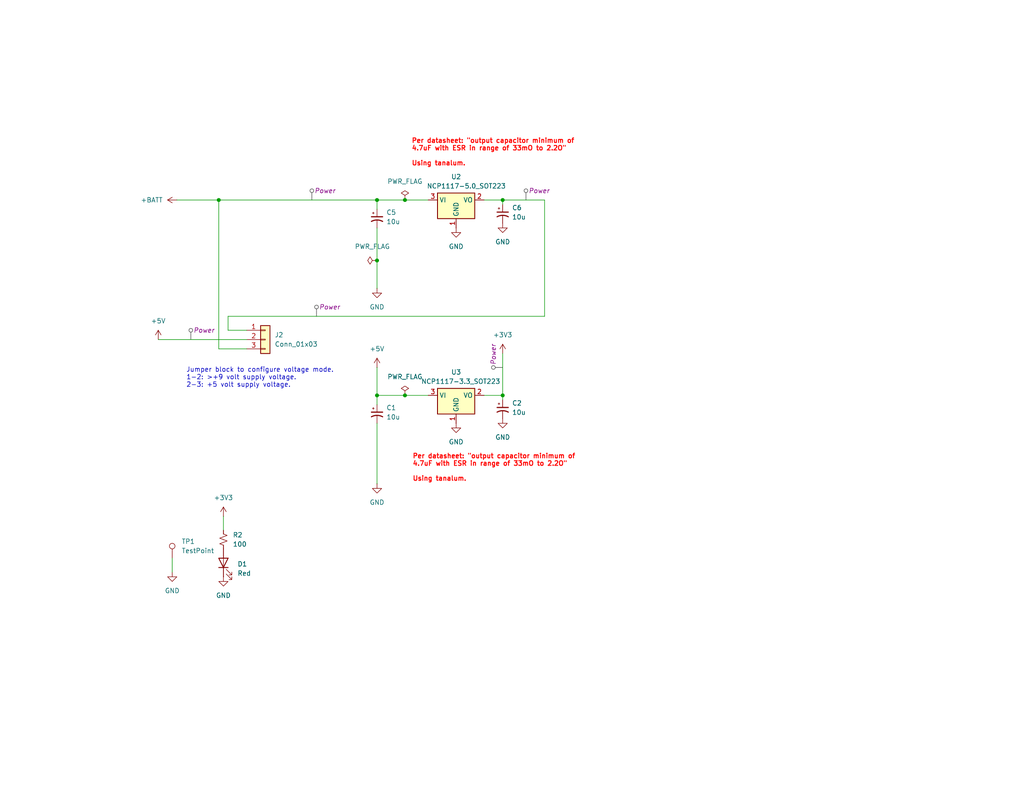
<source format=kicad_sch>
(kicad_sch (version 20231120) (generator "eeschema") (generator_version "8.0")
  (paper "USLetter")
  (title_block (title "Utility Board 1") (date "2025-02-13") (rev "1") (company "Bruce MacKinnon KC1FSZ") (comment 1 "Copyright (C) Bruce MacKinnon, 2025") (comment 2 "NOT FOR COMMERCIAL USE"))
  (lib_symbols
    (symbol "Connector:TestPoint" (pin_numbers hide) (pin_names (offset 0.762) hide)
      (property "Reference" "TP" (at 0 6.858 0))
      (property "Value" "TestPoint" (at 0 5.08 0))
      (symbol "TestPoint_0_1"
        (circle (center 0 3.302) (radius 0.762))
      )
      (symbol "TestPoint_1_1"
        (pin passive line (at 0 0 90) (length 2.54) (name "1") (number "1"))
      )
    )
    (symbol "Connector_Generic:Conn_01x03" (pin_names (offset 1.016) hide)
      (property "Reference" "J" (at 0 5.08 0))
      (property "Value" "Conn_01x03" (at 0 -5.08 0))
      (symbol "Conn_01x03_1_1"
        (rectangle (start -1.27 -2.413) (end 0 -2.667) (stroke (width 0.1524)))
        (rectangle (start -1.27 0.127) (end 0 -0.127) (stroke (width 0.1524)))
        (rectangle (start -1.27 2.667) (end 0 2.413) (stroke (width 0.1524)))
        (rectangle (start -1.27 3.81) (end 1.27 -3.81) (stroke (width 0.254)) (fill (type background)))
        (pin passive line (at -5.08 2.54 0) (length 3.81) (name "Pin_1") (number "1"))
        (pin passive line (at -5.08 0 0) (length 3.81) (name "Pin_2") (number "2"))
        (pin passive line (at -5.08 -2.54 0) (length 3.81) (name "Pin_3") (number "3"))
      )
    )
    (symbol "Device:C_Polarized_Small_US" (pin_numbers hide) (pin_names (offset 0.254) hide)
      (property "Reference" "C" (at 0.254 1.778 0))
      (property "Value" "C_Polarized_Small_US" (at 0.254 -2.032 0))
      (symbol "C_Polarized_Small_US_0_1"
        (polyline (pts (xy -1.524 0.508) (xy 1.524 0.508)) (stroke (width 0.3048)))
        (polyline (pts (xy -1.27 1.524) (xy -0.762 1.524)))
        (polyline (pts (xy -1.016 1.27) (xy -1.016 1.778)))
        (arc (start 1.524 -0.762) (mid 0 -0.3734) (end -1.524 -0.762) (stroke (width 0.3048)))
      )
      (symbol "C_Polarized_Small_US_1_1"
        (pin passive line (at 0 2.54 270) (length 2.032) (name "~") (number "1"))
        (pin passive line (at 0 -2.54 90) (length 2.032) (name "~") (number "2"))
      )
    )
    (symbol "Device:LED" (pin_numbers hide) (pin_names (offset 1.016) hide)
      (property "Reference" "D" (at 0 2.54 0))
      (property "Value" "LED" (at 0 -2.54 0))
      (symbol "LED_0_1"
        (polyline (pts (xy -1.27 -1.27) (xy -1.27 1.27)) (stroke (width 0.254)))
        (polyline (pts (xy -1.27 0) (xy 1.27 0)))
        (polyline (pts (xy 1.27 -1.27) (xy 1.27 1.27) (xy -1.27 0) (xy 1.27 -1.27)) (stroke (width 0.254)))
        (polyline (pts (xy -3.048 -0.762) (xy -4.572 -2.286) (xy -3.81 -2.286) (xy -4.572 -2.286) (xy -4.572 -1.524)))
        (polyline (pts (xy -1.778 -0.762) (xy -3.302 -2.286) (xy -2.54 -2.286) (xy -3.302 -2.286) (xy -3.302 -1.524)))
      )
      (symbol "LED_1_1"
        (pin passive line (at -3.81 0 0) (length 2.54) (name "K") (number "1"))
        (pin passive line (at 3.81 0 180) (length 2.54) (name "A") (number "2"))
      )
    )
    (symbol "Device:R_Small_US" (pin_numbers hide) (pin_names (offset 0.254) hide)
      (property "Reference" "R" (at 0.762 0.508 0))
      (property "Value" "R_Small_US" (at 0.762 -1.016 0))
      (symbol "R_Small_US_1_1"
        (polyline (pts (xy 0 0) (xy 1.016 -0.381) (xy 0 -0.762) (xy -1.016 -1.143) (xy 0 -1.524)))
        (polyline (pts (xy 0 1.524) (xy 1.016 1.143) (xy 0 0.762) (xy -1.016 0.381) (xy 0 0)))
        (pin passive line (at 0 2.54 270) (length 1.016) (name "~") (number "1"))
        (pin passive line (at 0 -2.54 90) (length 1.016) (name "~") (number "2"))
      )
    )
    (symbol "Regulator_Linear:NCP1117-3.3_SOT223"
      (property "Reference" "U" (at -3.81 3.175 0))
      (property "Value" "NCP1117-3.3_SOT223" (at 0 3.175 0))
      (symbol "NCP1117-3.3_SOT223_0_1"
        (rectangle (start -5.08 -5.08) (end 5.08 1.905) (stroke (width 0.254)) (fill (type background)))
      )
      (symbol "NCP1117-3.3_SOT223_1_1"
        (pin power_in line (at 0 -7.62 90) (length 2.54) (name "GND") (number "1"))
        (pin power_out line (at 7.62 0 180) (length 2.54) (name "VO") (number "2"))
        (pin power_in line (at -7.62 0 0) (length 2.54) (name "VI") (number "3"))
      )
    )
    (symbol "Regulator_Linear:NCP1117-5.0_SOT223"
      (property "Reference" "U" (at -3.81 3.175 0))
      (property "Value" "NCP1117-5.0_SOT223" (at 0 3.175 0))
      (symbol "NCP1117-5.0_SOT223_0_1"
        (rectangle (start -5.08 -5.08) (end 5.08 1.905) (stroke (width 0.254)) (fill (type background)))
      )
      (symbol "NCP1117-5.0_SOT223_1_1"
        (pin power_in line (at 0 -7.62 90) (length 2.54) (name "GND") (number "1"))
        (pin power_out line (at 7.62 0 180) (length 2.54) (name "VO") (number "2"))
        (pin power_in line (at -7.62 0 0) (length 2.54) (name "VI") (number "3"))
      )
    )
    (symbol "power:+3V3" (power) (pin_numbers hide) (pin_names (offset 0) hide)
      (property "Value" "+3V3" (at 0 3.556 0))
      (symbol "+3V3_0_1"
        (polyline (pts (xy -0.762 1.27) (xy 0 2.54)))
        (polyline (pts (xy 0 0) (xy 0 2.54)))
        (polyline (pts (xy 0 2.54) (xy 0.762 1.27)))
      )
      (symbol "+3V3_1_1"
        (pin power_in line (at 0 0 90) (length 0) (name "~") (number "1"))
      )
    )
    (symbol "power:+5V" (power) (pin_numbers hide) (pin_names (offset 0) hide)
      (property "Value" "+5V" (at 0 3.556 0))
      (symbol "+5V_0_1"
        (polyline (pts (xy -0.762 1.27) (xy 0 2.54)))
        (polyline (pts (xy 0 0) (xy 0 2.54)))
        (polyline (pts (xy 0 2.54) (xy 0.762 1.27)))
      )
      (symbol "+5V_1_1"
        (pin power_in line (at 0 0 90) (length 0) (name "~") (number "1"))
      )
    )
    (symbol "power:+BATT" (power) (pin_numbers hide) (pin_names (offset 0) hide)
      (property "Value" "+BATT" (at 0 3.556 0))
      (symbol "+BATT_0_1"
        (polyline (pts (xy -0.762 1.27) (xy 0 2.54)))
        (polyline (pts (xy 0 0) (xy 0 2.54)))
        (polyline (pts (xy 0 2.54) (xy 0.762 1.27)))
      )
      (symbol "+BATT_1_1"
        (pin power_in line (at 0 0 90) (length 0) (name "~") (number "1"))
      )
    )
    (symbol "power:GND" (power) (pin_numbers hide) (pin_names (offset 0) hide)
      (property "Value" "GND" (at 0 -3.81 0))
      (symbol "GND_0_1"
        (polyline (pts (xy 0 0) (xy 0 -1.27) (xy 1.27 -1.27) (xy 0 -2.54) (xy -1.27 -1.27) (xy 0 -1.27)))
      )
      (symbol "GND_1_1"
        (pin power_in line (at 0 0 270) (length 0) (name "~") (number "1"))
      )
    )
    (symbol "power:PWR_FLAG" (power) (pin_numbers hide) (pin_names (offset 0) hide)
      (property "Value" "PWR_FLAG" (at 0 3.81 0))
      (symbol "PWR_FLAG_0_0"
        (pin power_out line (at 0 0 90) (length 0) (name "~") (number "1"))
      )
      (symbol "PWR_FLAG_0_1"
        (polyline (pts (xy 0 0) (xy 0 1.27) (xy -1.016 1.905) (xy 0 2.54) (xy 1.016 1.905) (xy 0 1.27)))
      )
    )
  )
  (junction (at 110.49 107.95))
  (junction (at 102.87 71.12))
  (junction (at 102.87 54.61))
  (junction (at 59.69 54.61))
  (junction (at 110.49 54.61))
  (junction (at 102.87 107.95))
  (junction (at 137.16 107.95))
  (junction (at 137.16 54.61))
  (wire (pts (xy 60.96 140.97) (xy 60.96 144.78)))
  (wire (pts (xy 110.49 107.95) (xy 116.84 107.95)))
  (wire (pts (xy 102.87 62.23) (xy 102.87 71.12)))
  (wire (pts (xy 148.59 54.61) (xy 148.59 86.36)))
  (wire (pts (xy 102.87 57.15) (xy 102.87 54.61)))
  (wire (pts (xy 59.69 95.25) (xy 67.31 95.25)))
  (wire (pts (xy 43.18 92.71) (xy 67.31 92.71)))
  (wire (pts (xy 148.59 86.36) (xy 62.23 86.36)))
  (wire (pts (xy 62.23 90.17) (xy 67.31 90.17)))
  (wire (pts (xy 46.99 152.4) (xy 46.99 156.21)))
  (wire (pts (xy 62.23 86.36) (xy 62.23 90.17)))
  (wire (pts (xy 102.87 115.57) (xy 102.87 132.08)))
  (wire (pts (xy 102.87 110.49) (xy 102.87 107.95)))
  (wire (pts (xy 137.16 96.52) (xy 137.16 107.95)))
  (wire (pts (xy 137.16 107.95) (xy 137.16 109.22)))
  (wire (pts (xy 132.08 107.95) (xy 137.16 107.95)))
  (wire (pts (xy 102.87 54.61) (xy 110.49 54.61)))
  (wire (pts (xy 110.49 54.61) (xy 116.84 54.61)))
  (wire (pts (xy 48.26 54.61) (xy 59.69 54.61)))
  (wire (pts (xy 102.87 107.95) (xy 110.49 107.95)))
  (wire (pts (xy 137.16 54.61) (xy 148.59 54.61)))
  (wire (pts (xy 132.08 54.61) (xy 137.16 54.61)))
  (wire (pts (xy 59.69 54.61) (xy 59.69 95.25)))
  (wire (pts (xy 102.87 100.33) (xy 102.87 107.95)))
  (wire (pts (xy 59.69 54.61) (xy 102.87 54.61)))
  (wire (pts (xy 102.87 71.12) (xy 102.87 78.74)))
  (wire (pts (xy 137.16 54.61) (xy 137.16 55.88)))
  (text "Per datasheet: \"output capacitor minimum of \n4.7uF with ESR in range of 33mO to 2.2O\"\n\nUsing tanalum." (at 112.522 131.572 0) (effects (font (size 1.27 1.27) (thickness 0.254) (bold yes)) (justify left bottom)))
  (text "Jumper block to configure voltage mode.\n1-2: >+9 volt supply voltage.\n2-3: +5 volt supply voltage." (at 50.8 105.918 0) (effects (font (size 1.27 1.27)) (justify left bottom)))
  (text "Per datasheet: \"output capacitor minimum of \n4.7uF with ESR in range of 33mO to 2.2O\"\n\nUsing tanalum." (at 112.268 45.466 0) (effects (font (size 1.27 1.27) (thickness 0.254) (bold yes)) (justify left bottom)))
  (netclass_flag "" (length 2.54) (shape round) (at 137.16 100.33 90) (property "Netclass" "Power" (at 134.62 99.6315 90) (effects (font (italic yes)) (justify left))))
  (netclass_flag "" (length 2.54) (shape round) (at 85.09 54.61 0) (property "Netclass" "Power" (at 85.7885 52.07 0) (effects (font (italic yes)) (justify left))))
  (netclass_flag "" (length 2.54) (shape round) (at 143.51 54.61 0) (property "Netclass" "Power" (at 144.2085 52.07 0) (effects (font (italic yes)) (justify left))))
  (netclass_flag "" (length 2.54) (shape round) (at 86.36 86.36 0) (property "Netclass" "Power" (at 87.0585 83.82 0) (effects (font (italic yes)) (justify left))))
  (netclass_flag "" (length 2.54) (shape round) (at 52.07 92.71 0) (property "Netclass" "Power" (at 52.7685 90.17 0) (effects (font (italic yes)) (justify left))))
  (symbol (lib_id "Device:C_Polarized_Small_US") (at 137.16 58.42 0) (unit 1)
    (property "Reference" "C6" (at 139.7 56.7181 0) (effects (justify left)))
    (property "Value" "10u" (at 139.7 59.2581 0) (effects (justify left)))
    (property "Footprint" "bruce-footprints:CPOL_0805_2012Metric_Pad1.18x1.45mm_HandSolder" (effects (hide yes)))
    (property "Description" "Polarized capacitor, small US symbol" (effects (hide yes)))
  )
  (symbol (lib_id "Connector_Generic:Conn_01x03") (at 72.39 92.71 0) (unit 1)
    (property "Reference" "J2" (at 74.93 91.4399 0) (effects (justify left)))
    (property "Value" "Conn_01x03" (at 74.93 93.9799 0) (effects (justify left)))
    (property "Footprint" "Connector_PinHeader_2.54mm:PinHeader_1x03_P2.54mm_Vertical" (effects (hide yes)))
    (property "Description" "Generic connector, single row, 01x03, script generated (kicad-library-utils/schlib/autogen/connector/)" (effects (hide yes)))
  )
  (symbol (lib_id "power:+5V") (at 43.18 92.71 0) (unit 1)
    (property "Reference" "#PWR019" (effects (hide yes)))
    (property "Value" "+5V" (at 43.18 87.63 0))
    (property "Description" "Power symbol creates a global label with name \"+5V\"" (effects (hide yes)))
  )
  (symbol (lib_id "power:+3V3") (at 60.96 140.97 0) (unit 1)
    (property "Reference" "#PWR011" (effects (hide yes)))
    (property "Value" "+3V3" (at 60.96 135.89 0))
    (property "Description" "Power symbol creates a global label with name \"+3V3\"" (effects (hide yes)))
  )
  (symbol (lib_id "power:PWR_FLAG") (at 110.49 107.95 0) (unit 1)
    (property "Reference" "#FLG02" (effects (hide yes)))
    (property "Value" "PWR_FLAG" (at 110.49 102.87 0))
    (property "Description" "Special symbol for telling ERC where power comes from" (effects (hide yes)))
  )
  (symbol (lib_id "power:GND") (at 137.16 114.3 0) (unit 1)
    (property "Reference" "#PWR05" (effects (hide yes)))
    (property "Value" "GND" (at 137.16 119.38 0))
    (property "Description" "Power symbol creates a global label with name \"GND\" , ground" (effects (hide yes)))
  )
  (symbol (lib_id "power:GND") (at 124.46 62.23 0) (unit 1)
    (property "Reference" "#PWR015" (effects (hide yes)))
    (property "Value" "GND" (at 124.46 67.31 0))
    (property "Description" "Power symbol creates a global label with name \"GND\" , ground" (effects (hide yes)))
  )
  (symbol (lib_id "power:GND") (at 137.16 60.96 0) (unit 1)
    (property "Reference" "#PWR017" (effects (hide yes)))
    (property "Value" "GND" (at 137.16 66.04 0))
    (property "Description" "Power symbol creates a global label with name \"GND\" , ground" (effects (hide yes)))
  )
  (symbol (lib_id "Device:C_Polarized_Small_US") (at 102.87 59.69 0) (unit 1)
    (property "Reference" "C5" (at 105.41 57.9881 0) (effects (justify left)))
    (property "Value" "10u" (at 105.41 60.5281 0) (effects (justify left)))
    (property "Footprint" "bruce-footprints:CPOL_0805_2012Metric_Pad1.18x1.45mm_HandSolder" (effects (hide yes)))
    (property "Description" "Polarized capacitor, small US symbol" (effects (hide yes)))
  )
  (symbol (lib_id "Device:C_Polarized_Small_US") (at 102.87 113.03 0) (unit 1)
    (property "Reference" "C1" (at 105.41 111.3281 0) (effects (justify left)))
    (property "Value" "10u" (at 105.41 113.8681 0) (effects (justify left)))
    (property "Footprint" "bruce-footprints:CPOL_0805_2012Metric_Pad1.18x1.45mm_HandSolder" (effects (hide yes)))
    (property "Description" "Polarized capacitor, small US symbol" (effects (hide yes)))
  )
  (symbol (lib_id "Device:C_Polarized_Small_US") (at 137.16 111.76 0) (unit 1)
    (property "Reference" "C2" (at 139.7 110.0581 0) (effects (justify left)))
    (property "Value" "10u" (at 139.7 112.5981 0) (effects (justify left)))
    (property "Footprint" "bruce-footprints:CPOL_0805_2012Metric_Pad1.18x1.45mm_HandSolder" (effects (hide yes)))
    (property "Description" "Polarized capacitor, small US symbol" (effects (hide yes)))
  )
  (symbol (lib_id "power:PWR_FLAG") (at 110.49 54.61 0) (unit 1)
    (property "Reference" "#FLG05" (effects (hide yes)))
    (property "Value" "PWR_FLAG" (at 110.49 49.53 0))
    (property "Description" "Special symbol for telling ERC where power comes from" (effects (hide yes)))
  )
  (symbol (lib_id "Regulator_Linear:NCP1117-3.3_SOT223") (at 124.46 107.95 0) (unit 1)
    (property "Reference" "U3" (at 124.46 101.6 0))
    (property "Value" "NCP1117-3.3_SOT223" (at 125.73 104.14 0))
    (property "Footprint" "Package_TO_SOT_SMD:SOT-223-3_TabPin2" (effects (hide yes)))
    (property "Datasheet" "http://www.onsemi.com/pub_link/Collateral/NCP1117-D.PDF" (effects (hide yes)))
    (property "Description" "1A Low drop-out regulator, Fixed Output 3.3V, SOT-223" (effects (hide yes)))
  )
  (symbol (lib_id "power:GND") (at 46.99 156.21 0) (unit 1)
    (property "Reference" "#PWR09" (effects (hide yes)))
    (property "Value" "GND" (at 46.99 161.29 0))
    (property "Description" "Power symbol creates a global label with name \"GND\" , ground" (effects (hide yes)))
  )
  (symbol (lib_id "power:GND") (at 102.87 78.74 0) (unit 1)
    (property "Reference" "#PWR014" (effects (hide yes)))
    (property "Value" "GND" (at 102.87 83.82 0))
    (property "Description" "Power symbol creates a global label with name \"GND\" , ground" (effects (hide yes)))
  )
  (symbol (lib_id "power:PWR_FLAG") (at 102.87 71.12 90) (unit 1)
    (property "Reference" "#FLG04" (effects (hide yes)))
    (property "Value" "PWR_FLAG" (at 101.6 67.31 90))
    (property "Description" "Special symbol for telling ERC where power comes from" (effects (hide yes)))
  )
  (symbol (lib_id "Regulator_Linear:NCP1117-5.0_SOT223") (at 124.46 54.61 0) (unit 1)
    (property "Reference" "U2" (at 124.46 48.26 0))
    (property "Value" "NCP1117-5.0_SOT223" (at 127.254 50.8 0))
    (property "Footprint" "Package_TO_SOT_SMD:SOT-223-3_TabPin2" (effects (hide yes)))
    (property "Datasheet" "http://www.onsemi.com/pub_link/Collateral/NCP1117-D.PDF" (effects (hide yes)))
    (property "Description" "1A Low drop-out regulator, Fixed Output 5V, SOT-223" (effects (hide yes)))
  )
  (symbol (lib_id "Connector:TestPoint") (at 46.99 152.4 0) (unit 1)
    (property "Reference" "TP1" (at 49.53 147.8279 0) (effects (justify left)))
    (property "Value" "TestPoint" (at 49.53 150.3679 0) (effects (justify left)))
    (property "Footprint" "TestPoint:TestPoint_Pad_2.5x2.5mm" (effects (hide yes)))
    (property "Description" "test point" (effects (hide yes)))
  )
  (symbol (lib_id "power:GND") (at 60.96 157.48 0) (unit 1)
    (property "Reference" "#PWR010" (effects (hide yes)))
    (property "Value" "GND" (at 60.96 162.56 0))
    (property "Description" "Power symbol creates a global label with name \"GND\" , ground" (effects (hide yes)))
  )
  (symbol (lib_id "Device:LED") (at 60.96 153.67 90) (unit 1)
    (property "Reference" "D1" (at 64.77 153.9874 90) (effects (justify right)))
    (property "Value" "Red" (at 64.77 156.5274 90) (effects (justify right)))
    (property "Footprint" "LED_SMD:LED_0805_2012Metric_Pad1.15x1.40mm_HandSolder" (effects (hide yes)))
    (property "Description" "Light emitting diode" (effects (hide yes)))
  )
  (symbol (lib_id "power:GND") (at 124.46 115.57 0) (unit 1)
    (property "Reference" "#PWR03" (effects (hide yes)))
    (property "Value" "GND" (at 124.46 120.65 0))
    (property "Description" "Power symbol creates a global label with name \"GND\" , ground" (effects (hide yes)))
  )
  (symbol (lib_id "power:+3V3") (at 137.16 96.52 0) (unit 1)
    (property "Reference" "#PWR04" (effects (hide yes)))
    (property "Value" "+3V3" (at 137.16 91.44 0))
    (property "Description" "Power symbol creates a global label with name \"+3V3\"" (effects (hide yes)))
  )
  (symbol (lib_id "power:+BATT") (at 48.26 54.61 90) (unit 1)
    (property "Reference" "#PWR034" (effects (hide yes)))
    (property "Value" "+BATT" (at 44.45 54.6099 90) (effects (justify left)))
    (property "Description" "Power symbol creates a global label with name \"+BATT\"" (effects (hide yes)))
  )
  (symbol (lib_id "Device:R_Small_US") (at 60.96 147.32 0) (unit 1)
    (property "Reference" "R2" (at 63.5 146.05 0) (effects (justify left)))
    (property "Value" "100" (at 63.5 148.59 0) (effects (justify left)))
    (property "Footprint" "Resistor_SMD:R_0805_2012Metric_Pad1.20x1.40mm_HandSolder" (effects (hide yes)))
    (property "Description" "Resistor, small US symbol" (effects (hide yes)))
  )
  (symbol (lib_id "power:+5V") (at 102.87 100.33 0) (unit 1)
    (property "Reference" "#PWR021" (effects (hide yes)))
    (property "Value" "+5V" (at 102.87 95.25 0))
    (property "Description" "Power symbol creates a global label with name \"+5V\"" (effects (hide yes)))
  )
  (symbol (lib_id "power:GND") (at 102.87 132.08 0) (unit 1)
    (property "Reference" "#PWR02" (effects (hide yes)))
    (property "Value" "GND" (at 102.87 137.16 0))
    (property "Description" "Power symbol creates a global label with name \"GND\" , ground" (effects (hide yes)))
  )
)
</source>
